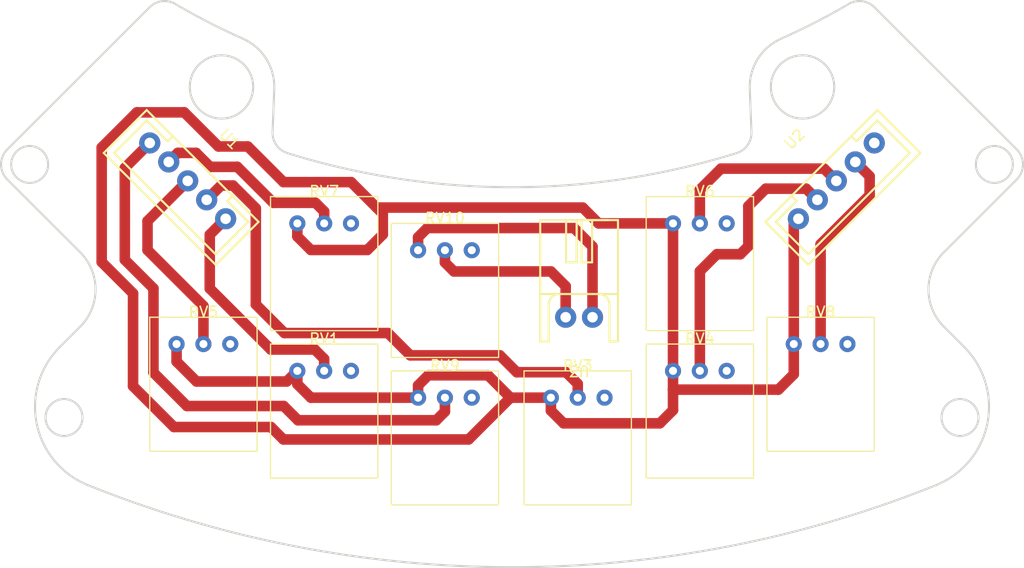
<source format=kicad_pcb>
(kicad_pcb (version 20211014) (generator pcbnew)
  (layers (0 "F.Cu" signal) (31 "B.Cu" signal) (34 "B.Paste" user) (35 "F.Paste" user) (36 "B.SilkS" user "B.Silkscreen") (37 "F.SilkS" user "F.Silkscreen") (38 "B.Mask" user) (39 "F.Mask" user) (44 "Edge.Cuts" user))
  (net 0 "")
  (net 1 "+5V")
  (net 2 "Light1")
  (net 5 "Light2")
  (net 7 "Light7")
  (net 9 "Light3")
  (net 11 "Light8")
  (net 13 "Light4")
  (net 15 "Light9")
  (net 17 "Light5")
  (net 19 "+3V3")
  (net 20 "IRposi")
  (footprint "R_Potentiometer:Potentiometer" (layer "F.Cu") (at 6.22 88.9)
    (fp_text reference "RV3" (at 0 -0.5 unlocked) (layer "F.SilkS"))
    (fp_text value "R_Potentiometer")
    (fp_rect (start -5.08 0) (end 5.08 12.7) (layer "F.SilkS") (width 0.12) (fill none))
    (pad "1" thru_hole circle (at -2.54 2.54) (size 1.524 1.524) (drill 0.762) (layers *.Cu *.Mask) (net 1 "+5V"))
    (pad "2" thru_hole circle (at 0 2.54) (size 1.524 1.524) (drill 0.762) (layers *.Cu *.Mask) (net 5 "Light2"))
    (pad "3" thru_hole circle (at 2.54 2.54) (size 1.524 1.524) (drill 0.762) (layers *.Cu *.Mask))
  )
  (footprint "R_Potentiometer:Potentiometer" (layer "F.Cu") (at -29.21 83.82)
    (fp_text reference "RV5" (at 0 -0.5 unlocked) (layer "F.SilkS"))
    (fp_text value "R_Potentiometer")
    (fp_rect (start -5.08 0) (end 5.08 12.7) (layer "F.SilkS") (width 0.12) (fill none))
    (pad "1" thru_hole circle (at -2.54 2.54) (size 1.524 1.524) (drill 0.762) (layers *.Cu *.Mask) (net 1 "+5V"))
    (pad "2" thru_hole circle (at 0 2.54) (size 1.524 1.524) (drill 0.762) (layers *.Cu *.Mask) (net 9 "Light3"))
    (pad "3" thru_hole circle (at 2.54 2.54) (size 1.524 1.524) (drill 0.762) (layers *.Cu *.Mask))
  )
  (footprint "自分のフットプリント:L字コネクター2ピン" (layer "F.Cu") (at 6.35 88.9 180)
    (fp_text reference "U3" (at 0 0 180 unlocked) (layer "F.SilkS"))
    (fp_text value "コネクター2ピン")
    (fp_line (start -2.77 14.28) (end 0.23 14.28) (layer "F.SilkS") (width 0.2))
    (fp_line (start 1.23 14.28) (end 3.68 14.28) (layer "F.SilkS") (width 0.2))
    (fp_line (start -1.23 10.28) (end -1.23 14.28) (layer "F.SilkS") (width 0.2))
    (fp_line (start 3.68 7.28) (end -3.68 7.28) (layer "F.SilkS") (width 0.2))
    (fp_line (start -3.68 2.78) (end -3.68 7.28) (layer "F.SilkS") (width 0.2))
    (fp_line (start 1.23 14.28) (end 0.23 14.28) (layer "F.SilkS") (width 0.2))
    (fp_line (start 2.88 2.78) (end 3.68 2.78) (layer "F.SilkS") (width 0.2))
    (fp_line (start 1.23 10.28) (end 1.23 14.28) (layer "F.SilkS") (width 0.2))
    (fp_line (start 3.68 14.28) (end 3.68 7.28) (layer "F.SilkS") (width 0.2))
    (fp_line (start 0.23 14.28) (end 0.23 10.28) (layer "F.SilkS") (width 0.2))
    (fp_line (start 3.68 2.78) (end 3.68 7.28) (layer "F.SilkS") (width 0.2))
    (fp_line (start 0.23 10.28) (end 1.23 10.28) (layer "F.SilkS") (width 0.2))
    (fp_line (start -0.23 10.28) (end -1.23 10.28) (layer "F.SilkS") (width 0.2))
    (fp_line (start -2.88 2.78) (end -3.68 2.78) (layer "F.SilkS") (width 0.2))
    (fp_line (start -2.88 6.28) (end -2.88 2.78) (layer "F.SilkS") (width 0.2))
    (fp_line (start 0.23 14.28) (end -3.68 14.28) (layer "F.SilkS") (width 0.2))
    (fp_line (start 0.23 14.28) (end 0.23 10.28) (layer "F.SilkS") (width 0.2))
    (fp_line (start 2.88 6.28) (end 2.88 2.78) (layer "F.SilkS") (width 0.2))
    (fp_line (start -3.68 7.28) (end -3.68 14.28) (layer "F.SilkS") (width 0.2))
    (fp_line (start -0.23 14.28) (end -0.23 10.28) (layer "F.SilkS") (width 0.2))
    (fp_arc (start -1.88 7.28) (mid -2.587107 6.987107) (end -2.88 6.28) (layer "F.SilkS") (width 0.2))
    (fp_arc (start 2.88 6.28) (mid 2.587107 6.987107) (end 1.88 7.28) (layer "F.SilkS") (width 0.2))
    (pad "1" thru_hole circle (at -1.27 5.08) (size 2 2) (drill 1) (layers *.Cu *.Mask) (net 19 "+3V3"))
    (pad "2" thru_hole circle (at 1.27 5.08) (size 2 2) (drill 1) (layers *.Cu *.Mask) (net 20 "IRposi"))
  )
  (footprint "自分のフットプリント:コネクター5ピン" (layer "F.Cu") (at 27.105795 67.31 45)
    (fp_text reference "U2" (at 0 -0.5 45 unlocked) (layer "F.SilkS"))
    (fp_text value "コネクター5ピン")
    (fp_line (start 4.95 3.08) (end 7.49 3.08) (layer "F.SilkS") (width 0.2))
    (fp_line (start 1.71 8.13) (end 4.25 8.13) (layer "F.SilkS") (width 0.2))
    (fp_line (start 4.95 8.83) (end 2.41 8.83) (layer "F.SilkS") (width 0.2))
    (fp_line (start 3.99 3.08) (end 3.99 3.78) (layer "F.SilkS") (width 0.2))
    (fp_line (start -3.99 3.78) (end -6.79 3.78) (layer "F.SilkS") (width 0.2))
    (fp_line (start 6.79 3.78) (end 6.79 8.13) (layer "F.SilkS") (width 0.2))
    (fp_line (start -7.49 3.08) (end 2.41 3.08) (layer "F.SilkS") (width 0.2))
    (fp_line (start 2.41 3.08) (end 4.95 3.08) (layer "F.SilkS") (width 0.2))
    (fp_line (start 7.49 3.08) (end 7.49 8.83) (layer "F.SilkS") (width 0.2))
    (fp_line (start 4.25 8.13) (end 6.79 8.13) (layer "F.SilkS") (width 0.2))
    (fp_line (start -6.79 8.13) (end 1.71 8.13) (layer "F.SilkS") (width 0.2))
    (fp_line (start -6.79 3.78) (end -6.79 8.13) (layer "F.SilkS") (width 0.2))
    (fp_line (start -3.99 3.08) (end -3.99 3.78) (layer "F.SilkS") (width 0.2))
    (fp_line (start 7.49 8.83) (end 4.95 8.83) (layer "F.SilkS") (width 0.2))
    (fp_line (start 2.41 8.83) (end -7.49 8.83) (layer "F.SilkS") (width 0.2))
    (fp_line (start -7.49 8.83) (end -7.49 3.08) (layer "F.SilkS") (width 0.2))
    (fp_line (start 3.99 3.78) (end 6.79 3.78) (layer "F.SilkS") (width 0.2))
    (pad "1" thru_hole circle (at -5.08 5.08 45) (size 2 2) (drill 1) (layers *.Mask "F.Cu" "In1.Cu" "B.Cu") (net 1 "+5V"))
    (pad "2" thru_hole circle (at -2.54 5.08 45) (size 2 2) (drill 1) (layers *.Mask "F.Cu" "In1.Cu" "B.Cu") (net 7 "Light7"))
    (pad "3" thru_hole circle (at 0 5.08 45) (size 2 2) (drill 1) (layers *.Mask "F.Cu" "In1.Cu" "B.Cu") (net 11 "Light8"))
    (pad "4" thru_hole circle (at 2.54 5.08 45) (size 2 2) (drill 1) (layers *.Mask "F.Cu" "In1.Cu" "B.Cu") (net 15 "Light9"))
    (pad "5" thru_hole circle (at 5.08 5.08 45) (size 2 2) (drill 1) (layers *.Cu *.Mask))
  )
  (footprint "R_Potentiometer:Potentiometer" (layer "F.Cu") (at 29.21 83.82)
    (fp_text reference "RV8" (at 0 -0.5 unlocked) (layer "F.SilkS"))
    (fp_text value "R_Potentiometer")
    (fp_rect (start -5.08 0) (end 5.08 12.7) (layer "F.SilkS") (width 0.12) (fill none))
    (pad "1" thru_hole circle (at -2.54 2.54) (size 1.524 1.524) (drill 0.762) (layers *.Cu *.Mask) (net 1 "+5V"))
    (pad "2" thru_hole circle (at 0 2.54) (size 1.524 1.524) (drill 0.762) (layers *.Cu *.Mask) (net 15 "Light9"))
    (pad "3" thru_hole circle (at 2.54 2.54) (size 1.524 1.524) (drill 0.762) (layers *.Cu *.Mask))
  )
  (footprint "R_Potentiometer:Potentiometer" (layer "F.Cu") (at -6.35 74.93)
    (fp_text reference "RV10" (at 0 -0.5 unlocked) (layer "F.SilkS"))
    (fp_text value "R_Potentiometer")
    (fp_rect (start -5.08 0) (end 5.08 12.7) (layer "F.SilkS") (width 0.12) (fill none))
    (pad "1" thru_hole circle (at -2.54 2.54) (size 1.524 1.524) (drill 0.762) (layers *.Cu *.Mask) (net 19 "+3V3"))
    (pad "2" thru_hole circle (at 0 2.54) (size 1.524 1.524) (drill 0.762) (layers *.Cu *.Mask) (net 20 "IRposi"))
    (pad "3" thru_hole circle (at 2.54 2.54) (size 1.524 1.524) (drill 0.762) (layers *.Cu *.Mask))
  )
  (footprint "R_Potentiometer:Potentiometer" (layer "F.Cu") (at -17.78 72.39)
    (fp_text reference "RV7" (at 0 -0.5 unlocked) (layer "F.SilkS"))
    (fp_text value "R_Potentiometer")
    (fp_rect (start -5.08 0) (end 5.08 12.7) (layer "F.SilkS") (width 0.12) (fill none))
    (pad "1" thru_hole circle (at -2.54 2.54) (size 1.524 1.524) (drill 0.762) (layers *.Cu *.Mask) (net 1 "+5V"))
    (pad "2" thru_hole circle (at 0 2.54) (size 1.524 1.524) (drill 0.762) (layers *.Cu *.Mask) (net 13 "Light4"))
    (pad "3" thru_hole circle (at 2.54 2.54) (size 1.524 1.524) (drill 0.762) (layers *.Cu *.Mask))
  )
  (footprint "R_Potentiometer:Potentiometer" (layer "F.Cu") (at 17.78 72.39)
    (fp_text reference "RV6" (at 0 -0.5 unlocked) (layer "F.SilkS"))
    (fp_text value "R_Potentiometer")
    (fp_rect (start -5.08 0) (end 5.08 12.7) (layer "F.SilkS") (width 0.12) (fill none))
    (pad "1" thru_hole circle (at -2.54 2.54) (size 1.524 1.524) (drill 0.762) (layers *.Cu *.Mask) (net 1 "+5V"))
    (pad "2" thru_hole circle (at 0 2.54) (size 1.524 1.524) (drill 0.762) (layers *.Cu *.Mask) (net 11 "Light8"))
    (pad "3" thru_hole circle (at 2.54 2.54) (size 1.524 1.524) (drill 0.762) (layers *.Cu *.Mask))
  )
  (footprint "R_Potentiometer:Potentiometer" (layer "F.Cu") (at 17.78 86.36)
    (fp_text reference "RV4" (at 0 -0.5 unlocked) (layer "F.SilkS"))
    (fp_text value "R_Potentiometer")
    (fp_rect (start -5.08 0) (end 5.08 12.7) (layer "F.SilkS") (width 0.12) (fill none))
    (pad "1" thru_hole circle (at -2.54 2.54) (size 1.524 1.524) (drill 0.762) (layers *.Cu *.Mask) (net 1 "+5V"))
    (pad "2" thru_hole circle (at 0 2.54) (size 1.524 1.524) (drill 0.762) (layers *.Cu *.Mask) (net 7 "Light7"))
    (pad "3" thru_hole circle (at 2.54 2.54) (size 1.524 1.524) (drill 0.762) (layers *.Cu *.Mask))
  )
  (footprint "R_Potentiometer:Potentiometer" (layer "F.Cu") (at -17.78 86.36)
    (fp_text reference "RV1" (at 0 -0.5 unlocked) (layer "F.SilkS"))
    (fp_text value "R_Potentiometer")
    (fp_rect (start -5.08 0) (end 5.08 12.7) (layer "F.SilkS") (width 0.12) (fill none))
    (pad "1" thru_hole circle (at -2.54 2.54) (size 1.524 1.524) (drill 0.762) (layers *.Cu *.Mask) (net 1 "+5V"))
    (pad "2" thru_hole circle (at 0 2.54) (size 1.524 1.524) (drill 0.762) (layers *.Cu *.Mask) (net 2 "Light1"))
    (pad "3" thru_hole circle (at 2.54 2.54) (size 1.524 1.524) (drill 0.762) (layers *.Cu *.Mask))
  )
  (footprint "自分のフットプリント:コネクター5ピン" (layer "F.Cu") (at -27.105795 67.31 -45)
    (fp_text reference "U1" (at 0 -0.5 -45 unlocked) (layer "F.SilkS"))
    (fp_text value "コネクター5ピン")
    (fp_line (start 2.41 3.08) (end 4.95 3.08) (layer "F.SilkS") (width 0.2))
    (fp_line (start -3.99 3.78) (end -6.79 3.78) (layer "F.SilkS") (width 0.2))
    (fp_line (start 4.25 8.13) (end 6.79 8.13) (layer "F.SilkS") (width 0.2))
    (fp_line (start 6.79 3.78) (end 6.79 8.13) (layer "F.SilkS") (width 0.2))
    (fp_line (start 4.95 8.83) (end 2.41 8.83) (layer "F.SilkS") (width 0.2))
    (fp_line (start -7.49 3.08) (end 2.41 3.08) (layer "F.SilkS") (width 0.2))
    (fp_line (start 3.99 3.78) (end 6.79 3.78) (layer "F.SilkS") (width 0.2))
    (fp_line (start 4.95 3.08) (end 7.49 3.08) (layer "F.SilkS") (width 0.2))
    (fp_line (start 7.49 3.08) (end 7.49 8.83) (layer "F.SilkS") (width 0.2))
    (fp_line (start 2.41 8.83) (end -7.49 8.83) (layer "F.SilkS") (width 0.2))
    (fp_line (start -6.79 3.78) (end -6.79 8.13) (layer "F.SilkS") (width 0.2))
    (fp_line (start -6.79 8.13) (end 1.71 8.13) (layer "F.SilkS") (width 0.2))
    (fp_line (start -7.49 8.83) (end -7.49 3.08) (layer "F.SilkS") (width 0.2))
    (fp_line (start 3.99 3.08) (end 3.99 3.78) (layer "F.SilkS") (width 0.2))
    (fp_line (start -3.99 3.08) (end -3.99 3.78) (layer "F.SilkS") (width 0.2))
    (fp_line (start 1.71 8.13) (end 4.25 8.13) (layer "F.SilkS") (width 0.2))
    (fp_line (start 7.49 8.83) (end 4.95 8.83) (layer "F.SilkS") (width 0.2))
    (pad "1" thru_hole circle (at -5.08 5.08 315) (size 2 2) (drill 1) (layers *.Mask "F.Cu" "In1.Cu" "B.Cu") (net 17 "Light5"))
    (pad "2" thru_hole circle (at -2.54 5.08 315) (size 2 2) (drill 1) (layers *.Mask "F.Cu" "In1.Cu" "B.Cu") (net 13 "Light4"))
    (pad "3" thru_hole circle (at 0 5.08 315) (size 2 2) (drill 1) (layers *.Mask "F.Cu" "In1.Cu" "B.Cu") (net 9 "Light3"))
    (pad "4" thru_hole circle (at 2.54 5.08 315) (size 2 2) (drill 1) (layers *.Mask "F.Cu" "In1.Cu" "B.Cu") (net 5 "Light2"))
    (pad "5" thru_hole circle (at 5.08 5.08 315) (size 2 2) (drill 1) (layers *.Cu *.Mask) (net 2 "Light1"))
  )
  (footprint "R_Potentiometer:Potentiometer" (layer "F.Cu") (at -6.35 88.9)
    (fp_text reference "RV9" (at 0 -0.5 unlocked) (layer "F.SilkS"))
    (fp_text value "R_Potentiometer")
    (fp_rect (start -5.08 0) (end 5.08 12.7) (layer "F.SilkS") (width 0.12) (fill none))
    (pad "1" thru_hole circle (at -2.54 2.54) (size 1.524 1.524) (drill 0.762) (layers *.Cu *.Mask) (net 1 "+5V"))
    (pad "2" thru_hole circle (at 0 2.54) (size 1.524 1.524) (drill 0.762) (layers *.Cu *.Mask) (net 17 "Light5"))
    (pad "3" thru_hole circle (at 2.54 2.54) (size 1.524 1.524) (drill 0.762) (layers *.Cu *.Mask))
  )
  (gr_line (start 22.50382 62.195623) (end 22.66363 66.281594) (layer "Edge.Cuts") (width 0.2))
  (gr_circle (center 45.657526 69.345817) (end 47.407526 69.345817) (layer "Edge.Cuts") (width 0.2) (fill none))
  (gr_line (start 42.807003 86.647838) (end 40.884554 84.725389) (layer "Edge.Cuts") (width 0.2))
  (gr_arc (start 31.869711 54.141881) (mid 28.718308 55.877378) (end 25.472729 57.429637) (layer "Edge.Cuts") (width 0.2))
  (gr_arc (start -40.137095 99.726156) (mid -44.988479 93.904867) (end -42.807002 86.647836) (layer "Edge.Cuts") (width 0.2))
  (gr_arc (start 22.50382 62.195623) (mid 23.256078 59.356518) (end 25.472729 57.429637) (layer "Edge.Cuts") (width 0.2))
  (gr_circle (center -27.499999 62.000214) (end -24.499999 62.000214) (layer "Edge.Cuts") (width 0.2) (fill none))
  (gr_line (start 42.121992 62.274749) (end 34.298477 54.451234) (layer "Edge.Cuts") (width 0.2))
  (gr_line (start -47.778844 70.760028) (end -40.884553 77.654319) (layer "Edge.Cuts") (width 0.2))
  (gr_arc (start 40.884554 84.725389) (mid 39.420087 81.189854) (end 40.884555 77.654321) (layer "Edge.Cuts") (width 0.2))
  (gr_arc (start 40.137095 99.726158) (mid 0 107.500214) (end -40.137095 99.726156) (layer "Edge.Cuts") (width 0.2))
  (gr_circle (center -45.657524 69.345814) (end -43.907524 69.345814) (layer "Edge.Cuts") (width 0.2) (fill none))
  (gr_circle (center 42.405228 93.317131) (end 44.155228 93.317131) (layer "Edge.Cuts") (width 0.2) (fill none))
  (gr_line (start 40.884555 77.654321) (end 47.778846 70.76003) (layer "Edge.Cuts") (width 0.2))
  (gr_arc (start -34.298476 54.451234) (mid -33.136962 53.881477) (end -31.869709 54.141881) (layer "Edge.Cuts") (width 0.2))
  (gr_line (start -42.12199 62.274746) (end -47.778844 67.931601) (layer "Edge.Cuts") (width 0.2))
  (gr_line (start -22.663628 66.281594) (end -22.503819 62.195623) (layer "Edge.Cuts") (width 0.2))
  (gr_arc (start -21.259813 68.269308) (mid -22.298812 67.51352) (end -22.663628 66.281594) (layer "Edge.Cuts") (width 0.2))
  (gr_circle (center -42.405227 93.317128) (end -40.655227 93.317128) (layer "Edge.Cuts") (width 0.2) (fill none))
  (gr_line (start -34.298476 54.451234) (end -40.611975 60.764731) (layer "Edge.Cuts") (width 0.2))
  (gr_arc (start -40.884553 77.654319) (mid -39.420087 81.189853) (end -40.884553 84.725387) (layer "Edge.Cuts") (width 0.2))
  (gr_circle (center 27.5 62.000214) (end 30.5 62.000214) (layer "Edge.Cuts") (width 0.2) (fill none))
  (gr_line (start -40.884553 84.725387) (end -42.807002 86.647836) (layer "Edge.Cuts") (width 0.2))
  (gr_arc (start 42.807003 86.647838) (mid 44.988481 93.904869) (end 40.137095 99.726158) (layer "Edge.Cuts") (width 0.2))
  (gr_arc (start -25.472727 57.429637) (mid -23.256077 59.356518) (end -22.503819 62.195623) (layer "Edge.Cuts") (width 0.2))
  (gr_arc (start -25.472727 57.429637) (mid -28.718306 55.877378) (end -31.869709 54.141881) (layer "Edge.Cuts") (width 0.2))
  (gr_arc (start 47.778846 67.931603) (mid 48.36462 69.345815) (end 47.778846 70.76003) (layer "Edge.Cuts") (width 0.2))
  (gr_arc (start -47.778844 70.760028) (mid -48.364631 69.345815) (end -47.778844 67.931601) (layer "Edge.Cuts") (width 0.2))
  (gr_arc (start 31.869711 54.141881) (mid 33.136973 53.88145) (end 34.298477 54.451234) (layer "Edge.Cuts") (width 0.2))
  (gr_arc (start 22.66363 66.281594) (mid 22.298792 67.51349) (end 21.259813 68.269303) (layer "Edge.Cuts") (width 0.2))
  (gr_arc (start 21.259813 68.269303) (mid 0 71.503) (end -21.259813 68.269308) (layer "Edge.Cuts") (width 0.2))
  (gr_line (start 47.778846 67.931603) (end 42.121992 62.274749) (layer "Edge.Cuts") (width 0.2))
  (gr_line (start -40.611975 60.764731) (end -42.12199 62.274746) (layer "Edge.Cuts") (width 0.2))
  (segment (start 15.24 90.68) (end 15.24 88.9) (width 1) (layer "F.Cu") (net 1))
  (segment (start 15.24 74.93) (end 8.19 74.93) (width 1) (layer "F.Cu") (net 1))
  (segment (start -13.7 77.45) (end -12.23 75.98) (width 1) (layer "F.Cu") (net 1))
  (segment (start -29.86 89.91) (end -21.33 89.91) (width 1) (layer "F.Cu") (net 1))
  (segment (start -22.82 94.22) (end -21.64 95.4) (width 1) (layer "F.Cu") (net 1))
  (segment (start -20.32 88.9) (end -20.32 90.16) (width 1) (layer "F.Cu") (net 1))
  (segment (start 26.67 86.36) (end 26.67 74.93) (width 1) (layer "F.Cu") (net 1))
  (segment (start 26.67 89.22) (end 25.21 90.68) (width 1) (layer "F.Cu") (net 1))
  (segment (start 15.24 92.62) (end 15.24 90.68) (width 1) (layer "F.Cu") (net 1))
  (segment (start -31.75 86.36) (end -31.75 88.02) (width 1) (layer "F.Cu") (net 1))
  (segment (start 13.99 93.87) (end 15.24 92.62) (width 1) (layer "F.Cu") (net 1))
  (segment (start -27.79 67.64) (end -31.02 64.41) (width 1) (layer "F.Cu") (net 1))
  (segment (start -20.32 90.16) (end -19.04 91.44) (width 1) (layer "F.Cu") (net 1))
  (segment (start -32 94.22) (end -22.82 94.22) (width 1) (layer "F.Cu") (net 1))
  (segment (start -19.04 77.45) (end -13.7 77.45) (width 1) (layer "F.Cu") (net 1))
  (segment (start -31.75 88.02) (end -29.86 89.91) (width 1) (layer "F.Cu") (net 1))
  (segment (start -0.15 91.44) (end 3.68 91.44) (width 1) (layer "F.Cu") (net 1))
  (segment (start -35.87 81.56) (end -35.87 90.35) (width 1) (layer "F.Cu") (net 1))
  (segment (start -35.87 90.35) (end -32 94.22) (width 1) (layer "F.Cu") (net 1))
  (segment (start -8.89 91.44) (end -8.89 90.28) (width 1) (layer "F.Cu") (net 1))
  (segment (start -20.32 76.17) (end -19.04 77.45) (width 1) (layer "F.Cu") (net 1))
  (segment (start -35.51 64.41) (end -38.84 67.74) (width 1) (layer "F.Cu") (net 1))
  (segment (start -38.84 78.59) (end -35.87 81.56) (width 1) (layer "F.Cu") (net 1))
  (segment (start 26.67 74.93) (end 27.105795 74.494205) (width 1) (layer "F.Cu") (net 1))
  (segment (start 6.69 73.43) (end -12.82 73.43) (width 1) (layer "F.Cu") (net 1))
  (segment (start -12.82 73.43) (end -15.23 71.02) (width 1) (layer "F.Cu") (net 1))
  (segment (start 15.24 74.93) (end 15.24 88.9) (width 1) (layer "F.Cu") (net 1))
  (segment (start -38.84 67.74) (end -38.84 78.59) (width 1) (layer "F.Cu") (net 1))
  (segment (start -7.93 89.32) (end -2.27 89.32) (width 1) (layer "F.Cu") (net 1))
  (segment (start -31.02 64.41) (end -35.51 64.41) (width 1) (layer "F.Cu") (net 1))
  (segment (start -12.23 75.98) (end -12.23 74.02) (width 1) (layer "F.Cu") (net 1))
  (segment (start -2.27 89.32) (end -0.15 91.44) (width 1) (layer "F.Cu") (net 1))
  (segment (start -20.32 74.93) (end -20.32 76.17) (width 1) (layer "F.Cu") (net 1))
  (segment (start 3.68 91.44) (end 3.68 92.67) (width 1) (layer "F.Cu") (net 1))
  (segment (start -8.89 90.28) (end -7.93 89.32) (width 1) (layer "F.Cu") (net 1))
  (segment (start 3.68 92.67) (end 4.88 93.87) (width 1) (layer "F.Cu") (net 1))
  (segment (start -4.11 95.4) (end -0.15 91.44) (width 1) (layer "F.Cu") (net 1))
  (segment (start -21.63 71.02) (end -25.01 67.64) (width 1) (layer "F.Cu") (net 1))
  (segment (start -12.23 74.02) (end -12.82 73.43) (width 1) (layer "F.Cu") (net 1))
  (segment (start -19.04 91.44) (end -8.89 91.44) (width 1) (layer "F.Cu") (net 1))
  (segment (start -15.23 71.02) (end -21.63 71.02) (width 1) (layer "F.Cu") (net 1))
  (segment (start -25.01 67.64) (end -27.79 67.64) (width 1) (layer "F.Cu") (net 1))
  (segment (start -21.33 89.91) (end -20.32 88.9) (width 1) (layer "F.Cu") (net 1))
  (segment (start -21.64 95.4) (end -4.11 95.4) (width 1) (layer "F.Cu") (net 1))
  (segment (start 4.88 93.87) (end 13.99 93.87) (width 1) (layer "F.Cu") (net 1))
  (segment (start 8.19 74.93) (end 6.69 73.43) (width 1) (layer "F.Cu") (net 1))
  (segment (start 25.21 90.68) (end 15.24 90.68) (width 1) (layer "F.Cu") (net 1))
  (segment (start 26.67 86.36) (end 26.67 89.22) (width 1) (layer "F.Cu") (net 1))
  (segment (start -17.78 87.77) (end -17.78 88.9) (width 1) (layer "F.Cu") (net 2))
  (segment (start -28.61 81.1) (end -22.83 86.88) (width 1) (layer "F.Cu") (net 2))
  (segment (start -27.105795 74.494205) (end -28.61 75.99841) (width 1) (layer "F.Cu") (net 2))
  (segment (start -18.67 86.88) (end -17.78 87.77) (width 1) (layer "F.Cu") (net 2))
  (segment (start -22.83 86.88) (end -18.67 86.88) (width 1) (layer "F.Cu") (net 2))
  (segment (start -28.61 75.99841) (end -28.61 81.1) (width 1) (layer "F.Cu") (net 2))
  (segment (start 0.45 89.03) (end 5.12 89.03) (width 1) (layer "F.Cu") (net 5))
  (segment (start -28.901846 72.698154) (end -27.543692 71.34) (width 1) (layer "F.Cu") (net 5))
  (segment (start -24.25 73.5) (end -24.25 82.61) (width 1) (layer "F.Cu") (net 5))
  (segment (start -26.41 71.34) (end -24.25 73.5) (width 1) (layer "F.Cu") (net 5))
  (segment (start -11.74 85.32) (end -9.63 87.43) (width 1) (layer "F.Cu") (net 5))
  (segment (start -21.54 85.32) (end -11.74 85.32) (width 1) (layer "F.Cu") (net 5))
  (segment (start -9.63 87.43) (end -1.15 87.43) (width 1) (layer "F.Cu") (net 5))
  (segment (start -27.543692 71.34) (end -26.41 71.34) (width 1) (layer "F.Cu") (net 5))
  (segment (start 6.22 90.13) (end 6.22 91.44) (width 1) (layer "F.Cu") (net 5))
  (segment (start -1.15 87.43) (end 0.45 89.03) (width 1) (layer "F.Cu") (net 5))
  (segment (start 5.12 89.03) (end 6.22 90.13) (width 1) (layer "F.Cu") (net 5))
  (segment (start -24.25 82.61) (end -21.54 85.32) (width 1) (layer "F.Cu") (net 5))
  (segment (start 24.02 71.64) (end 22.37 73.29) (width 1) (layer "F.Cu") (net 7))
  (segment (start 27.843692 71.64) (end 24.02 71.64) (width 1) (layer "F.Cu") (net 7))
  (segment (start 17.78 79.46) (end 17.78 88.9) (width 1) (layer "F.Cu") (net 7))
  (segment (start 21.61 77.85) (end 19.39 77.85) (width 1) (layer "F.Cu") (net 7))
  (segment (start 22.37 73.29) (end 22.37 77.09) (width 1) (layer "F.Cu") (net 7))
  (segment (start 22.37 77.09) (end 21.61 77.85) (width 1) (layer "F.Cu") (net 7))
  (segment (start 28.901846 72.698154) (end 27.843692 71.64) (width 1) (layer "F.Cu") (net 7))
  (segment (start 19.39 77.85) (end 17.78 79.46) (width 1) (layer "F.Cu") (net 7))
  (segment (start -30.697897 70.902102) (end -34.5 74.704205) (width 1) (layer "F.Cu") (net 9))
  (segment (start -34.5 74.704205) (end -34.5 77.46) (width 1) (layer "F.Cu") (net 9))
  (segment (start -34.5 77.46) (end -29.21 82.75) (width 1) (layer "F.Cu") (net 9))
  (segment (start -29.21 82.75) (end -29.21 86.36) (width 1) (layer "F.Cu") (net 9))
  (segment (start 29.535795 69.74) (end 30.697897 70.902102) (width 1) (layer "F.Cu") (net 11))
  (segment (start 19.78 69.74) (end 29.535795 69.74) (width 1) (layer "F.Cu") (net 11))
  (segment (start 17.78 74.93) (end 17.78 71.74) (width 1) (layer "F.Cu") (net 11))
  (segment (start 17.78 71.74) (end 19.78 69.74) (width 1) (layer "F.Cu") (net 11))
  (segment (start -26 69.57) (end -28.58 69.57) (width 1) (layer "F.Cu") (net 13))
  (segment (start -28.58 69.57) (end -29.9 68.25) (width 1) (layer "F.Cu") (net 13))
  (segment (start -17.78 74.93) (end -17.78 73.8) (width 1) (layer "F.Cu") (net 13))
  (segment (start -22.59 72.98) (end -26 69.57) (width 1) (layer "F.Cu") (net 13))
  (segment (start -18.6 72.98) (end -22.59 72.98) (width 1) (layer "F.Cu") (net 13))
  (segment (start -29.9 68.25) (end -31.637898 68.25) (width 1) (layer "F.Cu") (net 13))
  (segment (start -31.637898 68.25) (end -32.493949 69.106051) (width 1) (layer "F.Cu") (net 13))
  (segment (start -17.78 73.8) (end -18.6 72.98) (width 1) (layer "F.Cu") (net 13))
  (segment (start 33.85 70.462102) (end 32.493949 69.106051) (width 1) (layer "F.Cu") (net 15))
  (segment (start 29.21 86.36) (end 29.21 76.9) (width 1) (layer "F.Cu") (net 15))
  (segment (start 33.85 72.26) (end 33.85 70.462102) (width 1) (layer "F.Cu") (net 15))
  (segment (start 29.21 76.9) (end 33.85 72.26) (width 1) (layer "F.Cu") (net 15))
  (segment (start -30.77 92.23) (end -21.61 92.23) (width 1) (layer "F.Cu") (net 17))
  (segment (start -33.94 81.09) (end -33.94 89.06) (width 1) (layer "F.Cu") (net 17))
  (segment (start -21.61 92.23) (end -20.26 93.58) (width 1) (layer "F.Cu") (net 17))
  (segment (start -33.94 89.06) (end -30.77 92.23) (width 1) (layer "F.Cu") (net 17))
  (segment (start -6.35 92.76) (end -6.35 91.44) (width 1) (layer "F.Cu") (net 17))
  (segment (start -36.65 69.67) (end -36.65 78.38) (width 1) (layer "F.Cu") (net 17))
  (segment (start -7.17 93.58) (end -6.35 92.76) (width 1) (layer "F.Cu") (net 17))
  (segment (start -34.29 67.31) (end -36.65 69.67) (width 1) (layer "F.Cu") (net 17))
  (segment (start -36.65 78.38) (end -33.94 81.09) (width 1) (layer "F.Cu") (net 17))
  (segment (start -20.26 93.58) (end -7.17 93.58) (width 1) (layer "F.Cu") (net 17))
  (segment (start -8.89 76.24) (end -8.02 75.37) (width 1) (layer "F.Cu") (net 19))
  (segment (start 7.62 77.12) (end 7.62 83.82) (width 1) (layer "F.Cu") (net 19))
  (segment (start -8.89 77.47) (end -8.89 76.24) (width 1) (layer "F.Cu") (net 19))
  (segment (start 5.87 75.37) (end 7.62 77.12) (width 1) (layer "F.Cu") (net 19))
  (segment (start -8.02 75.37) (end 5.87 75.37) (width 1) (layer "F.Cu") (net 19))
  (segment (start -6.35 78.63) (end -5.5 79.48) (width 1) (layer "F.Cu") (net 20))
  (segment (start -6.35 77.47) (end -6.35 78.63) (width 1) (layer "F.Cu") (net 20))
  (segment (start 5.08 80.88) (end 5.08 83.82) (width 1) (layer "F.Cu") (net 20))
  (segment (start 3.68 79.48) (end 5.08 80.88) (width 1) (layer "F.Cu") (net 20))
  (segment (start -5.5 79.48) (end 3.68 79.48) (width 1) (layer "F.Cu") (net 20))
)
</source>
